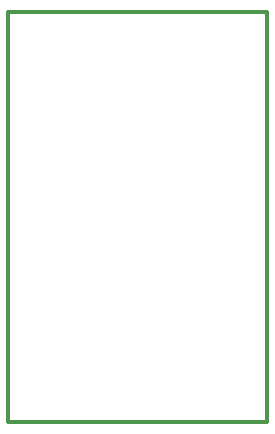
<source format=gbr>
%FSLAX34Y34*%
%MOMM*%
%LNOUTLINE*%
G71*
G01*
%ADD10C,0.300*%
%LPD*%
G54D10*
X1591Y1564D02*
X1588Y348397D01*
X52388Y348397D01*
G54D10*
X220822Y1564D02*
X220822Y348433D01*
G54D10*
X52388Y348397D02*
X220822Y348433D01*
G54D10*
X1591Y1564D02*
X220822Y1564D01*
M02*

</source>
